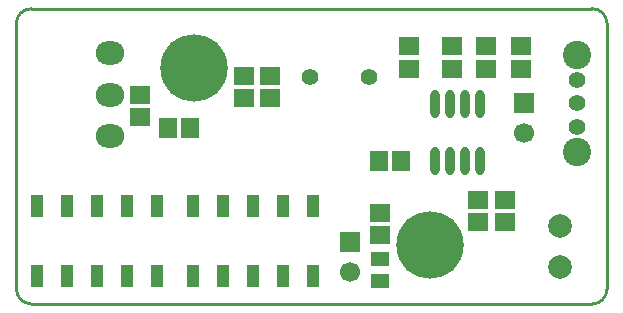
<source format=gts>
%FSAX42Y42*%
%MOMM*%
G71*
G01*
G75*
G04 Layer_Color=8388736*
%ADD10R,1.50X1.30*%
%ADD11O,0.60X2.20*%
%ADD12R,1.30X1.50*%
%ADD13R,1.40X1.00*%
%ADD14R,1.02X1.90*%
%ADD15C,0.20*%
%ADD16C,1.00*%
%ADD17C,0.40*%
%ADD18C,0.25*%
%ADD19O,2.20X1.80*%
%ADD20C,1.20*%
%ADD21C,1.50*%
%ADD22R,1.50X1.50*%
%ADD23C,5.50*%
%ADD24C,2.20*%
%ADD25C,1.80*%
%ADD26C,0.80*%
%ADD27C,1.90*%
%ADD28C,4.00*%
%ADD29C,0.60*%
%ADD30C,0.25*%
%ADD31C,0.50*%
%ADD32C,0.20*%
%ADD33C,0.10*%
%ADD34R,1.70X1.50*%
%ADD35O,0.80X2.40*%
%ADD36R,1.50X1.70*%
%ADD37R,1.60X1.20*%
%ADD38O,2.40X2.00*%
%ADD39C,1.40*%
%ADD40C,1.70*%
%ADD41R,1.70X1.70*%
%ADD42C,5.70*%
%ADD43C,2.40*%
%ADD44C,2.00*%
D14*
X006434Y007801D02*
D03*
Y008391D02*
D03*
X006688Y007801D02*
D03*
Y008391D02*
D03*
X006942Y007801D02*
D03*
Y008391D02*
D03*
X007196Y007801D02*
D03*
Y008391D02*
D03*
X007450Y007801D02*
D03*
Y008391D02*
D03*
X005109Y007801D02*
D03*
Y008391D02*
D03*
X005363Y007801D02*
D03*
Y008391D02*
D03*
X005617Y007801D02*
D03*
Y008391D02*
D03*
X005871Y007801D02*
D03*
Y008391D02*
D03*
X006125Y007801D02*
D03*
Y008391D02*
D03*
D18*
X005062Y010062D02*
G03*
X004938Y009938I000000J-000125D01*
G01*
X004938Y007688D02*
G03*
X005062Y007562I000125J000000D01*
G01*
X009812Y007562D02*
G03*
X009938Y007688I000000J000125D01*
G01*
X009938Y009938D02*
G03*
X009812Y010062I-000125J000000D01*
G01*
X005062D02*
X009812D01*
X004938Y007688D02*
Y009938D01*
X005062Y007562D02*
X009812D01*
X009938Y007688D02*
Y009938D01*
D34*
X009212Y009555D02*
D03*
Y009745D02*
D03*
X008912Y009555D02*
D03*
Y009745D02*
D03*
X008625Y009555D02*
D03*
Y009745D02*
D03*
X005988Y009143D02*
D03*
Y009332D02*
D03*
X008262Y009745D02*
D03*
Y009555D02*
D03*
X008012Y008143D02*
D03*
Y008332D02*
D03*
X007088Y009305D02*
D03*
Y009495D02*
D03*
X006862Y009305D02*
D03*
Y009495D02*
D03*
X008850Y008255D02*
D03*
Y008445D02*
D03*
X009075Y008255D02*
D03*
Y008445D02*
D03*
D35*
X008865Y009253D02*
D03*
X008739D02*
D03*
X008611D02*
D03*
X008485D02*
D03*
X008865Y008772D02*
D03*
X008739D02*
D03*
X008611D02*
D03*
X008485D02*
D03*
D36*
X008005Y008775D02*
D03*
X008195D02*
D03*
X006407Y009050D02*
D03*
X006217D02*
D03*
D37*
X008012Y007760D02*
D03*
Y007940D02*
D03*
D38*
X005730Y009335D02*
D03*
Y008985D02*
D03*
X005730Y009685D02*
D03*
D39*
X007925Y009488D02*
D03*
X007425D02*
D03*
X009688Y009462D02*
D03*
Y009262D02*
D03*
Y009062D02*
D03*
D40*
X007762Y007833D02*
D03*
X009238Y009008D02*
D03*
D41*
X007762Y008088D02*
D03*
X009238Y009262D02*
D03*
D42*
X006438Y009562D02*
D03*
X008438Y008062D02*
D03*
D43*
X009688Y009672D02*
D03*
Y008853D02*
D03*
D44*
X009538Y008225D02*
D03*
Y007875D02*
D03*
M02*

</source>
